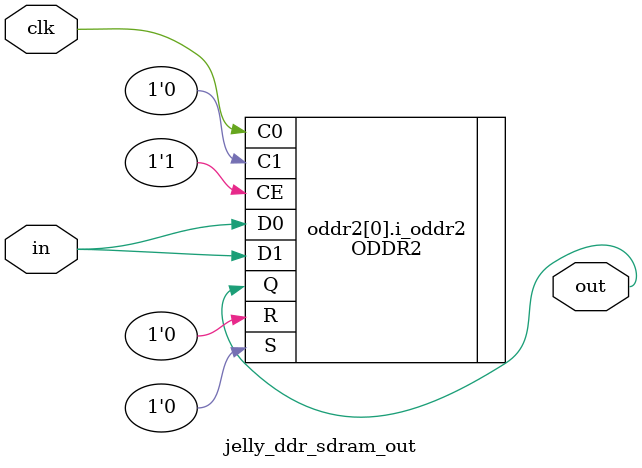
<source format=v>




`timescale 1ns / 1ps


module jelly_ddr_sdram_out
        #(
            parameter                       WIDTH = 1,
            parameter                       INIT  = 0
        )
        (
            input   wire                    clk,
            
            input   wire    [WIDTH-1:0]     in,
            output  wire    [WIDTH-1:0]     out
        );
        
    generate
    genvar  i;
    for ( i = 0; i < WIDTH; i = i + 1 ) begin : oddr2
        ODDR2
                #(
                    .DDR_ALIGNMENT      ("NONE"),
                    .INIT               (INIT),
                    .SRTYPE             ("SYNC")
                )
            i_oddr2
                (
                    .Q                  (out[i]),
                    .C0                 (clk),
                    .C1                 (1'b0),
                    .CE                 (1'b1),
                    .D0                 (in[i]),
                    .D1                 (in[i]),
                    .R                  (1'b0),
                    .S                  (1'b0)
                );
    end
    endgenerate
    
endmodule


</source>
